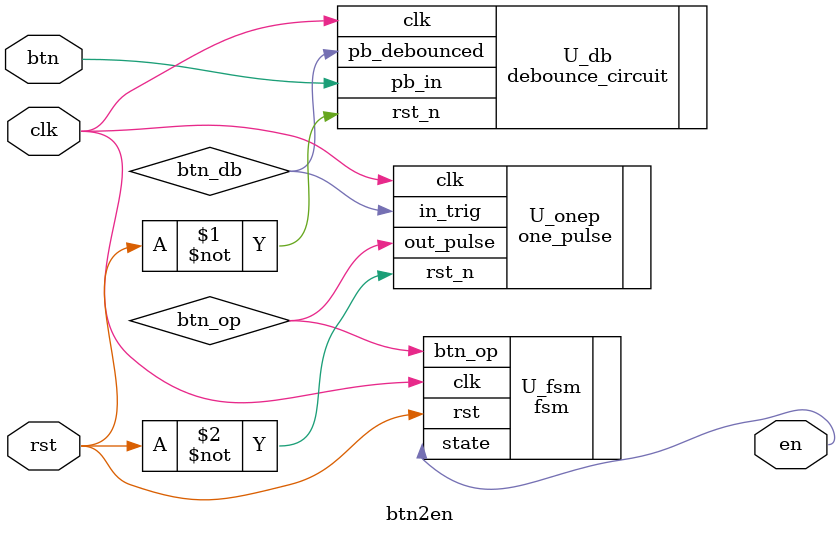
<source format=v>
module btn2en(
    input btn,
    input clk,
    input rst,
    output en
);

wire btn_db, btn_op;
// debounce
debounce_circuit U_db(
  .clk(clk), // clock control
  .rst_n(~rst), // reset
  .pb_in(btn), //push button input
  .pb_debounced(btn_db) // debounced push button output
);

// one pulse
one_pulse U_onep(
  .clk(clk), // clock control
  .rst_n(~rst), // reset
  .in_trig(btn_db), // input trigger
  .out_pulse(btn_op) // output one pulse 
);

// fsm
fsm U_fsm(
    .clk(clk),
    .rst(rst),
    .btn_op(btn_op),
    .state(en)
);
endmodule
</source>
